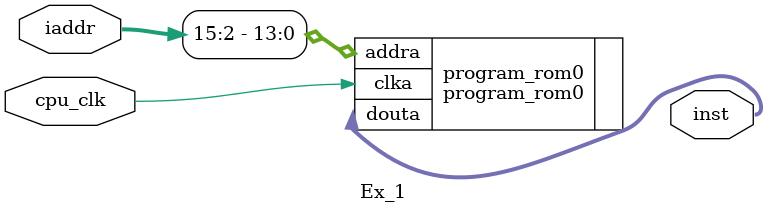
<source format=v>
`timescale 1ns / 1ps


module Ex_1(
        input wire cpu_clk,
        input wire[31:0] iaddr,
        output wire[31:0] inst
    );
    program_rom0 program_rom0 (
      .clka(cpu_clk),    // input wire clka
      //.ena(ice),      // input wire ena
      .addra(iaddr[15:2]),  // input wire [13 : 0] addra
      .douta(inst)  // output wire [31 : 0] douta
    );
endmodule

</source>
